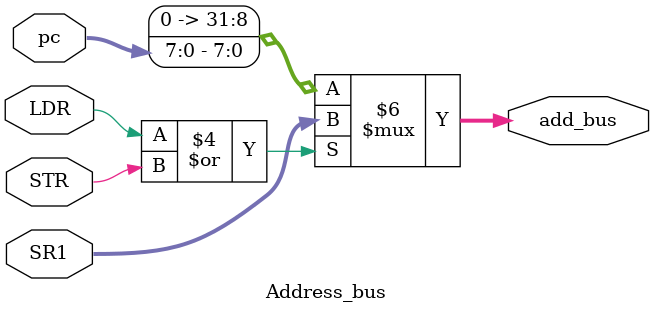
<source format=v>

module Address_bus(SR1, pc, LDR, STR, add_bus);
input [31:0] SR1;
input LDR, STR;
input [7:0]pc;
output reg [31:0] add_bus;

always@*
begin
if(LDR==1|STR==1)
add_bus=SR1;
else 
add_bus=pc;
end 
endmodule 


</source>
